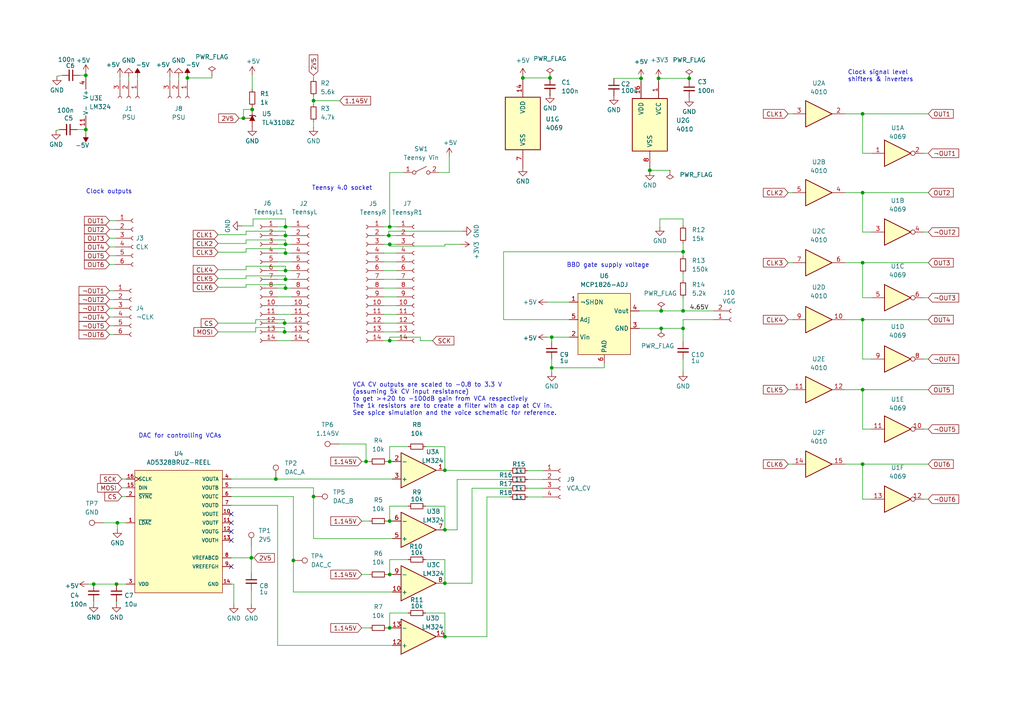
<source format=kicad_sch>
(kicad_sch (version 20211123) (generator eeschema)
  (paper "A4")
  (junction (at 85.09 162.56))
  (junction (at 250.19 92.71))
  (junction (at 151.638 22.606))
  (junction (at 113.03 70.866))
  (junction (at 82.804 73.406))
  (junction (at 24.892 21.844))
  (junction (at 129.032 184.658))
  (junction (at 113.03 151.13))
  (junction (at 113.03 98.806))
  (junction (at 191.77 90.17))
  (junction (at 113.03 166.624))
  (junction (at 198.12 90.17))
  (junction (at 113.03 65.786))
  (junction (at 198.12 95.25))
  (junction (at 82.804 83.566))
  (junction (at 160.02 106.68))
  (junction (at 160.02 97.79))
  (junction (at 250.19 113.03))
  (junction (at 34.036 151.638))
  (junction (at 129.032 169.164))
  (junction (at 72.898 161.798))
  (junction (at 82.55 96.266))
  (junction (at 112.776 68.326))
  (junction (at 82.804 81.026))
  (junction (at 250.19 76.2))
  (junction (at 129.032 153.67))
  (junction (at 159.512 22.606))
  (junction (at 80.01 138.938))
  (junction (at 90.932 144.018))
  (junction (at 129.032 136.398))
  (junction (at 24.892 37.592))
  (junction (at 82.804 65.786))
  (junction (at 27.178 169.418))
  (junction (at 250.19 33.02))
  (junction (at 106.172 133.858))
  (junction (at 33.782 169.418))
  (junction (at 113.03 182.118))
  (junction (at 250.19 134.62))
  (junction (at 191.77 95.25))
  (junction (at 73.152 31.75))
  (junction (at 82.804 68.326))
  (junction (at 70.612 34.29))
  (junction (at 198.12 73.025))
  (junction (at 199.898 22.733))
  (junction (at 82.804 78.486))
  (junction (at 90.932 29.21))
  (junction (at 250.19 55.88))
  (junction (at 82.55 93.726))
  (junction (at 82.804 70.866))
  (junction (at 185.928 22.733))
  (junction (at 191.008 22.733))
  (junction (at 54.356 22.606))
  (junction (at 113.03 133.858))
  (junction (at 188.468 49.403))
  (no_connect (at 67.056 164.338))
  (no_connect (at 67.056 156.718))
  (no_connect (at 67.056 154.178))
  (no_connect (at 67.056 149.098))
  (no_connect (at 67.056 151.638))
  (wire (pts (xy 129.032 153.67) (xy 132.588 153.67)))
  (wire (pts (xy 63.246 93.726) (xy 74.168 93.726)))
  (wire (pts (xy 113.03 97.79) (xy 113.03 98.806)))
  (wire (pts (xy 245.11 113.03) (xy 250.19 113.03)))
  (wire (pts (xy 54.356 22.606) (xy 61.468 22.606)))
  (wire (pts (xy 82.804 70.866) (xy 80.518 70.866)))
  (wire (pts (xy 228.6 55.88) (xy 229.87 55.88)))
  (wire (pts (xy 198.12 79.375) (xy 198.12 81.28)))
  (wire (pts (xy 250.19 33.02) (xy 269.24 33.02)))
  (wire (pts (xy 31.75 86.868) (xy 33.02 86.868)))
  (wire (pts (xy 129.032 184.658) (xy 141.224 184.658)))
  (wire (pts (xy 16.51 22.098) (xy 18.034 21.844)))
  (wire (pts (xy 191.77 90.17) (xy 198.12 90.17)))
  (wire (pts (xy 113.03 166.624) (xy 113.792 166.624)))
  (wire (pts (xy 250.19 124.46) (xy 250.19 113.03)))
  (wire (pts (xy 129.032 70.866) (xy 133.604 70.866)))
  (wire (pts (xy 73.152 30.988) (xy 73.152 31.75)))
  (wire (pts (xy 153.035 136.525) (xy 157.48 136.525)))
  (wire (pts (xy 160.02 107.95) (xy 160.02 106.68)))
  (wire (pts (xy 31.75 74.168) (xy 33.528 74.168)))
  (wire (pts (xy 85.09 171.704) (xy 113.792 171.704)))
  (wire (pts (xy 67.056 169.418) (xy 67.818 169.418)))
  (wire (pts (xy 51.816 23.368) (xy 51.816 22.352)))
  (wire (pts (xy 49.276 23.368) (xy 49.276 22.352)))
  (wire (pts (xy 191.389 63.5) (xy 198.12 63.5)))
  (wire (pts (xy 82.55 93.726) (xy 80.518 93.726)))
  (wire (pts (xy 113.03 162.306) (xy 118.364 162.306)))
  (wire (pts (xy 146.05 92.71) (xy 146.05 73.025)))
  (wire (pts (xy 104.902 182.118) (xy 107.188 182.118)))
  (wire (pts (xy 35.306 138.938) (xy 36.576 138.938)))
  (wire (pts (xy 191.77 95.25) (xy 198.12 95.25)))
  (wire (pts (xy 113.03 177.8) (xy 118.364 177.8)))
  (wire (pts (xy 82.804 80.01) (xy 82.804 81.026)))
  (wire (pts (xy 71.374 68.072) (xy 71.374 67.056)))
  (wire (pts (xy 151.638 22.606) (xy 151.638 23.114)))
  (wire (pts (xy 70.612 31.75) (xy 70.612 34.29)))
  (wire (pts (xy 31.75 66.548) (xy 33.528 66.548)))
  (wire (pts (xy 112.268 133.858) (xy 113.03 133.858)))
  (wire (pts (xy 74.168 93.726) (xy 74.168 92.71)))
  (wire (pts (xy 84.582 86.106) (xy 80.518 86.106)))
  (wire (pts (xy 67.056 144.018) (xy 85.09 144.018)))
  (wire (pts (xy 250.19 44.45) (xy 252.73 44.45)))
  (wire (pts (xy 129.032 169.164) (xy 136.906 169.164)))
  (wire (pts (xy 84.582 70.866) (xy 82.804 70.866)))
  (wire (pts (xy 67.056 141.478) (xy 90.932 141.478)))
  (wire (pts (xy 250.19 92.71) (xy 250.19 104.14)))
  (wire (pts (xy 113.03 133.858) (xy 113.03 129.54)))
  (wire (pts (xy 24.892 21.336) (xy 24.892 21.844)))
  (wire (pts (xy 84.582 96.266) (xy 82.55 96.266)))
  (wire (pts (xy 73.406 65.532) (xy 73.406 63.5)))
  (wire (pts (xy 27.178 169.418) (xy 33.782 169.418)))
  (wire (pts (xy 90.932 156.21) (xy 113.792 156.21)))
  (wire (pts (xy 112.776 67.056) (xy 134.112 67.056)))
  (wire (pts (xy 31.75 69.088) (xy 33.528 69.088)))
  (wire (pts (xy 269.24 67.31) (xy 267.97 67.31)))
  (wire (pts (xy 31.75 94.488) (xy 33.02 94.488)))
  (wire (pts (xy 153.035 144.145) (xy 157.48 144.145)))
  (wire (pts (xy 117.094 50.038) (xy 113.03 50.038)))
  (wire (pts (xy 74.168 96.266) (xy 74.168 94.996)))
  (wire (pts (xy 72.898 158.496) (xy 72.898 161.798)))
  (wire (pts (xy 121.92 98.806) (xy 121.92 97.79)))
  (wire (pts (xy 115.062 68.326) (xy 112.776 68.326)))
  (wire (pts (xy 63.246 96.266) (xy 74.168 96.266)))
  (wire (pts (xy 112.268 182.118) (xy 113.03 182.118)))
  (wire (pts (xy 35.306 144.018) (xy 36.576 144.018)))
  (wire (pts (xy 84.582 65.786) (xy 82.804 65.786)))
  (wire (pts (xy 115.062 98.806) (xy 113.03 98.806)))
  (wire (pts (xy 73.406 63.5) (xy 82.804 63.5)))
  (wire (pts (xy 84.582 81.026) (xy 82.804 81.026)))
  (wire (pts (xy 31.75 64.008) (xy 33.528 64.008)))
  (wire (pts (xy 85.09 144.018) (xy 85.09 162.56)))
  (wire (pts (xy 250.19 76.2) (xy 269.24 76.2)))
  (wire (pts (xy 250.19 104.14) (xy 252.73 104.14)))
  (wire (pts (xy 113.03 146.812) (xy 118.364 146.812)))
  (wire (pts (xy 112.268 166.624) (xy 113.03 166.624)))
  (wire (pts (xy 185.42 90.17) (xy 191.77 90.17)))
  (wire (pts (xy 141.224 184.658) (xy 141.224 144.145)))
  (wire (pts (xy 191.389 65.786) (xy 191.389 63.5)))
  (wire (pts (xy 123.444 177.8) (xy 129.032 177.8)))
  (wire (pts (xy 82.55 94.996) (xy 82.55 96.266)))
  (wire (pts (xy 82.804 78.486) (xy 80.518 78.486)))
  (wire (pts (xy 123.444 146.812) (xy 129.032 146.812)))
  (wire (pts (xy 191.008 23.495) (xy 191.008 22.733)))
  (wire (pts (xy 198.12 63.5) (xy 198.12 65.405)))
  (wire (pts (xy 71.374 77.216) (xy 82.804 77.216)))
  (wire (pts (xy 198.12 104.14) (xy 198.12 107.95)))
  (wire (pts (xy 31.75 89.408) (xy 33.02 89.408)))
  (wire (pts (xy 61.468 22.606) (xy 61.468 21.844)))
  (wire (pts (xy 82.804 67.056) (xy 82.804 68.326)))
  (wire (pts (xy 250.19 134.62) (xy 269.24 134.62)))
  (wire (pts (xy 269.24 104.14) (xy 267.97 104.14)))
  (wire (pts (xy 31.75 97.028) (xy 33.02 97.028)))
  (wire (pts (xy 160.02 97.79) (xy 165.1 97.79)))
  (wire (pts (xy 113.03 133.858) (xy 113.792 133.858)))
  (wire (pts (xy 82.804 72.136) (xy 82.804 73.406)))
  (wire (pts (xy 72.898 166.116) (xy 72.898 161.798)))
  (wire (pts (xy 115.062 73.406) (xy 111.252 73.406)))
  (wire (pts (xy 90.932 30.226) (xy 90.932 29.21)))
  (wire (pts (xy 71.374 82.55) (xy 82.804 82.55)))
  (wire (pts (xy 158.75 87.63) (xy 165.1 87.63)))
  (wire (pts (xy 31.75 71.628) (xy 33.528 71.628)))
  (wire (pts (xy 113.03 70.866) (xy 111.252 70.866)))
  (wire (pts (xy 63.246 80.772) (xy 71.374 80.772)))
  (wire (pts (xy 160.02 104.14) (xy 160.02 106.68)))
  (wire (pts (xy 115.062 83.566) (xy 111.252 83.566)))
  (wire (pts (xy 153.035 141.605) (xy 157.48 141.605)))
  (wire (pts (xy 71.374 70.612) (xy 71.374 69.596)))
  (wire (pts (xy 84.582 83.566) (xy 82.804 83.566)))
  (wire (pts (xy 69.342 34.29) (xy 70.612 34.29)))
  (wire (pts (xy 199.898 23.241) (xy 199.898 22.733)))
  (wire (pts (xy 198.12 92.71) (xy 207.01 92.71)))
  (wire (pts (xy 146.05 92.71) (xy 165.1 92.71)))
  (wire (pts (xy 82.55 96.266) (xy 80.518 96.266)))
  (wire (pts (xy 245.11 134.62) (xy 250.19 134.62)))
  (wire (pts (xy 245.11 92.71) (xy 250.19 92.71)))
  (wire (pts (xy 85.09 162.56) (xy 85.09 171.704)))
  (wire (pts (xy 82.804 73.406) (xy 80.518 73.406)))
  (wire (pts (xy 33.782 175.006) (xy 33.782 174.498)))
  (wire (pts (xy 113.03 182.118) (xy 113.792 182.118)))
  (wire (pts (xy 113.03 182.118) (xy 113.03 177.8)))
  (wire (pts (xy 129.032 129.54) (xy 129.032 136.398)))
  (wire (pts (xy 113.03 98.806) (xy 111.252 98.806)))
  (wire (pts (xy 194.31 49.403) (xy 188.468 49.403)))
  (wire (pts (xy 23.114 21.844) (xy 24.892 21.844)))
  (wire (pts (xy 67.056 161.798) (xy 72.898 161.798)))
  (wire (pts (xy 24.892 21.844) (xy 24.892 22.098)))
  (wire (pts (xy 153.035 139.065) (xy 157.48 139.065)))
  (wire (pts (xy 115.062 75.946) (xy 111.252 75.946)))
  (wire (pts (xy 198.12 70.485) (xy 198.12 73.025)))
  (wire (pts (xy 71.374 78.232) (xy 71.374 77.216)))
  (wire (pts (xy 250.19 55.88) (xy 269.24 55.88)))
  (wire (pts (xy 90.932 29.21) (xy 90.932 27.94)))
  (wire (pts (xy 175.26 105.41) (xy 175.26 106.68)))
  (wire (pts (xy 198.12 86.36) (xy 198.12 90.17)))
  (wire (pts (xy 199.898 22.733) (xy 191.008 22.733)))
  (wire (pts (xy 269.24 44.45) (xy 267.97 44.45)))
  (wire (pts (xy 112.268 151.13) (xy 113.03 151.13)))
  (wire (pts (xy 136.906 169.164) (xy 136.906 141.605)))
  (wire (pts (xy 63.246 68.072) (xy 71.374 68.072)))
  (wire (pts (xy 115.062 65.786) (xy 113.03 65.786)))
  (wire (pts (xy 35.306 141.478) (xy 36.576 141.478)))
  (wire (pts (xy 245.11 55.88) (xy 250.19 55.88)))
  (wire (pts (xy 127.254 50.038) (xy 130.302 50.038)))
  (wire (pts (xy 123.444 162.306) (xy 129.032 162.306)))
  (wire (pts (xy 73.152 21.844) (xy 73.152 25.908)))
  (wire (pts (xy 188.468 49.403) (xy 188.468 49.657)))
  (wire (pts (xy 113.03 50.038) (xy 113.03 65.786)))
  (wire (pts (xy 24.892 37.592) (xy 24.892 38.608)))
  (wire (pts (xy 185.42 95.25) (xy 191.77 95.25)))
  (wire (pts (xy 113.03 151.13) (xy 113.792 151.13)))
  (wire (pts (xy 159.512 22.352) (xy 159.512 22.606)))
  (wire (pts (xy 228.6 113.03) (xy 229.87 113.03)))
  (wire (pts (xy 113.03 71.374) (xy 129.032 71.374)))
  (wire (pts (xy 228.6 33.02) (xy 229.87 33.02)))
  (wire (pts (xy 245.11 33.02) (xy 250.19 33.02)))
  (wire (pts (xy 84.582 98.806) (xy 80.518 98.806)))
  (wire (pts (xy 175.26 106.68) (xy 160.02 106.68)))
  (wire (pts (xy 71.374 80.01) (xy 82.804 80.01)))
  (wire (pts (xy 250.19 113.03) (xy 269.24 113.03)))
  (wire (pts (xy 84.582 75.946) (xy 80.518 75.946)))
  (wire (pts (xy 73.152 31.75) (xy 70.612 31.75)))
  (wire (pts (xy 72.898 175.26) (xy 72.898 171.196)))
  (wire (pts (xy 115.062 93.726) (xy 111.252 93.726)))
  (wire (pts (xy 31.75 76.708) (xy 33.528 76.708)))
  (wire (pts (xy 125.476 98.806) (xy 121.92 98.806)))
  (wire (pts (xy 252.73 144.78) (xy 250.19 144.78)))
  (wire (pts (xy 70.104 65.532) (xy 73.406 65.532)))
  (wire (pts (xy 104.902 166.624) (xy 107.188 166.624)))
  (wire (pts (xy 115.062 78.486) (xy 111.252 78.486)))
  (wire (pts (xy 250.19 144.78) (xy 250.19 134.62)))
  (wire (pts (xy 115.062 88.646) (xy 111.252 88.646)))
  (wire (pts (xy 31.75 84.328) (xy 33.02 84.328)))
  (wire (pts (xy 84.582 93.726) (xy 82.55 93.726)))
  (wire (pts (xy 34.036 151.638) (xy 34.036 153.416)))
  (wire (pts (xy 141.224 144.145) (xy 147.955 144.145)))
  (wire (pts (xy 198.12 73.025) (xy 198.12 74.295)))
  (wire (pts (xy 113.03 166.624) (xy 113.03 162.306)))
  (wire (pts (xy 135.382 136.525) (xy 129.032 136.398)))
  (wire (pts (xy 250.19 92.71) (xy 269.24 92.71)))
  (wire (pts (xy 82.804 77.216) (xy 82.804 78.486)))
  (wire (pts (xy 63.246 78.232) (xy 71.374 78.232)))
  (wire (pts (xy 121.92 97.79) (xy 113.03 97.79)))
  (wire (pts (xy 198.12 90.17) (xy 207.01 90.17)))
  (wire (pts (xy 228.6 92.71) (xy 229.87 92.71)))
  (wire (pts (xy 228.6 76.2) (xy 229.87 76.2)))
  (wire (pts (xy 29.972 151.638) (xy 34.036 151.638)))
  (wire (pts (xy 67.818 169.418) (xy 67.818 175.26)))
  (wire (pts (xy 82.804 63.5) (xy 82.804 65.786)))
  (wire (pts (xy 90.932 141.478) (xy 90.932 144.018)))
  (wire (pts (xy 104.902 133.858) (xy 106.172 133.858)))
  (wire (pts (xy 198.12 95.25) (xy 198.12 92.71)))
  (wire (pts (xy 151.638 22.606) (xy 159.512 22.606)))
  (wire (pts (xy 113.03 65.786) (xy 111.252 65.786)))
  (wire (pts (xy 106.172 128.778) (xy 106.172 133.858)))
  (wire (pts (xy 16.256 37.846) (xy 17.272 37.592)))
  (wire (pts (xy 113.03 70.866) (xy 113.03 71.374)))
  (wire (pts (xy 82.804 83.566) (xy 80.518 83.566)))
  (wire (pts (xy 82.804 65.786) (xy 80.518 65.786)))
  (wire (pts (xy 31.75 91.948) (xy 33.02 91.948)))
  (wire (pts (xy 146.05 73.025) (xy 198.12 73.025)))
  (wire (pts (xy 115.062 81.026) (xy 111.252 81.026)))
  (wire (pts (xy 123.444 129.54) (xy 129.032 129.54)))
  (wire (pts (xy 129.032 146.812) (xy 129.032 153.67)))
  (wire (pts (xy 71.374 67.056) (xy 82.804 67.056)))
  (wire (pts (xy 54.356 22.606) (xy 54.356 22.352)))
  (wire (pts (xy 27.178 175.006) (xy 27.178 174.498)))
  (wire (pts (xy 159.512 27.686) (xy 159.512 27.305)))
  (wire (pts (xy 130.302 50.038) (xy 130.302 45.466)))
  (wire (pts (xy 71.374 80.772) (xy 71.374 80.01)))
  (wire (pts (xy 84.582 88.646) (xy 80.518 88.646)))
  (wire (pts (xy 115.062 91.186) (xy 111.252 91.186)))
  (wire (pts (xy 112.776 68.326) (xy 112.776 67.056)))
  (wire (pts (xy 82.804 69.596) (xy 82.804 70.866)))
  (wire (pts (xy 188.468 48.895) (xy 188.468 49.403)))
  (wire (pts (xy 112.776 68.326) (xy 111.252 68.326)))
  (wire (pts (xy 104.902 151.13) (xy 107.188 151.13)))
  (wire (pts (xy 71.374 83.312) (xy 71.374 82.55)))
  (wire (pts (xy 135.382 136.525) (xy 147.955 136.525)))
  (wire (pts (xy 250.19 67.31) (xy 252.73 67.31)))
  (wire (pts (xy 71.374 69.596) (xy 82.804 69.596)))
  (wire (pts (xy 132.588 139.065) (xy 147.955 139.065)))
  (wire (pts (xy 98.298 128.778) (xy 106.172 128.778)))
  (wire (pts (xy 267.97 144.78) (xy 269.24 144.78)))
  (wire (pts (xy 250.19 55.88) (xy 250.19 67.31)))
  (wire (pts (xy 63.246 73.152) (xy 71.374 73.152)))
  (wire (pts (xy 90.932 21.844) (xy 90.932 22.86)))
  (wire (pts (xy 80.01 138.938) (xy 113.792 138.938)))
  (wire (pts (xy 185.928 22.733) (xy 185.928 23.495)))
  (wire (pts (xy 129.032 177.8) (xy 129.032 184.658)))
  (wire (pts (xy 269.24 86.36) (xy 267.97 86.36)))
  (wire (pts (xy 37.338 23.368) (xy 37.338 22.352)))
  (wire (pts (xy 198.12 95.25) (xy 198.12 99.06)))
  (wire (pts (xy 113.03 129.54) (xy 118.364 129.54)))
  (wire (pts (xy 250.19 124.46) (xy 252.73 124.46)))
  (wire (pts (xy 22.352 37.592) (xy 24.892 37.592)))
  (wire (pts (xy 106.172 133.858) (xy 107.188 133.858)))
  (wire (pts (xy 245.11 76.2) (xy 250.19 76.2)))
  (wire (pts (xy 36.576 151.638) (xy 34.036 151.638)))
  (wire (pts (xy 129.032 162.306) (xy 129.032 169.164)))
  (wire (pts (xy 82.55 92.71) (xy 82.55 93.726)))
  (wire (pts (xy 90.932 29.21) (xy 98.552 29.21)))
  (wire (pts (xy 84.582 91.186) (xy 80.518 91.186)))
  (wire (pts (xy 136.906 141.605) (xy 147.955 141.605)))
  (wire (pts (xy 71.374 73.152) (xy 71.374 72.136)))
  (wire (pts (xy 132.588 153.67) (xy 132.588 139.065)))
  (wire (pts (xy 63.246 70.612) (xy 71.374 70.612)))
  (wire (pts (xy 250.19 33.02) (xy 250.19 44.45)))
  (wire (pts (xy 82.804 68.326) (xy 80.518 68.326)))
  (wire (pts (xy 63.246 83.312) (xy 71.374 83.312)))
  (wire (pts (xy 34.798 23.368) (xy 34.798 22.352)))
  (wire (pts (xy 158.75 97.79) (xy 160.02 97.79)))
  (wire (pts (xy 151.638 22.352) (xy 151.638 22.606)))
  (wire (pts (xy 250.19 86.36) (xy 252.73 86.36)))
  (wire (pts (xy 178.054 22.733) (xy 185.928 22.733)))
  (wire (pts (xy 228.6 134.62) (xy 229.87 134.62)))
  (wire (pts (xy 39.878 23.368) (xy 39.878 22.352)))
  (wire (pts (xy 80.518 187.198) (xy 113.792 187.198)))
  (wire (pts (xy 71.374 72.136) (xy 82.804 72.136)))
  (wire (pts (xy 115.062 86.106) (xy 111.252 86.106)))
  (wire (pts (xy 90.932 144.018) (xy 90.932 156.21)))
  (wire (pts (xy 73.66 161.798) (xy 72.898 161.798)))
  (wire (pts (xy 250.19 76.2) (xy 250.19 86.36)))
  (wire (pts (xy 84.582 78.486) (xy 82.804 78.486)))
  (wire (pts (xy 113.03 151.13) (xy 113.03 146.812)))
  (wire (pts (xy 25.654 169.418) (xy 27.178 169.418)))
  (wire (pts (xy 24.892 37.338) (xy 24.892 37.592)))
  (wire (pts (xy 160.02 97.79) (xy 160.02 99.06)))
  (wire (pts (xy 33.782 169.418) (xy 36.576 169.418)))
  (wire (pts (xy 84.582 68.326) (xy 82.804 68.326)))
  (wire (pts (xy 82.804 81.026) (xy 80.518 81.026)))
  (wire (pts (xy 80.518 146.558) (xy 80.518 187.198)))
  (wire (pts (xy 67.056 138.938) (xy 80.01 138.938)))
  (wire (pts (xy 84.582 73.406) (xy 82.804 73.406)))
  (wire (pts (xy 74.168 94.996) (xy 82.55 94.996)))
  (wire (pts (xy 74.168 92.71) (xy 82.55 92.71)))
  (wire (pts (xy 90.932 36.83) (xy 90.932 35.306)))
  (wire (pts (xy 267.97 124.46) (xy 269.24 124.46)))
  (wire (pts (xy 54.356 23.368) (xy 54.356 22.606)))
  (wire (pts (xy 82.804 82.55) (xy 82.804 83.566)))
  (wire (pts (xy 115.062 96.266) (xy 111.252 96.266)))
  (wire (pts (xy 67.056 146.558) (xy 80.518 146.558)))
  (wire (pts (xy 129.032 71.374) (xy 129.032 70.866)))
  (wire (pts (xy 115.062 70.866) (xy 113.03 70.866)))
  (text "Clock outputs" (at 24.892 56.388 0) (effects (font (size 1.27 1.27)) (justify left bottom)))
  (text "BBD gate supply voltage" (at 164.338 77.724 0) (effects (font (size 1.27 1.27)) (justify left bottom)))
  (text "Clock signal level \nshifters & inverters" (at 245.872 23.876 0) (effects (font (size 1.27 1.27)) (justify left bottom)))
  (text "DAC for controlling VCAs" (at 40.132 127.254 0) (effects (font (size 1.27 1.27)) (justify left bottom)))
  (text "VCA CV outputs are scaled to -0.8 to 3.3 V \n(assuming 5k CV input resistance)\nto get >+20 to -100dB gain from VCA respectively\nThe 1k resistors are to create a filter with a cap at CV in.\nSee spice simulation and the voice schematic for reference." (at 102.235 120.65 0) (effects (font (size 1.27 1.27)) (justify left bottom)))
  (text "Teensy 4.0 socket" (at 90.424 55.372 0) (effects (font (size 1.27 1.27)) (justify left bottom)))
  (label "4.65V" (at 200.025 90.17 0))
  (global_label "OUT6" (shape input) (at 269.24 134.62 0) (property "Intersheet References" "${INTERSHEET_REFS}" (effects hide)))
  (global_label "CLK1" (shape input) (at 63.246 68.072 180) (property "Intersheet References" "${INTERSHEET_REFS}" (effects hide)))
  (global_label "CLK1" (shape input) (at 228.6 33.02 180) (property "Intersheet References" "${INTERSHEET_REFS}" (effects hide)))
  (global_label "1.145V" (shape input) (at 104.902 166.624 180) (property "Intersheet References" "${INTERSHEET_REFS}" (effects hide)))
  (global_label "1.145V" (shape input) (at 104.902 151.13 180) (property "Intersheet References" "${INTERSHEET_REFS}" (effects hide)))
  (global_label "¬OUT1" (shape input) (at 269.24 44.45 0) (property "Intersheet References" "${INTERSHEET_REFS}" (effects hide)))
  (global_label "CS" (shape input) (at 35.306 144.018 180) (property "Intersheet References" "${INTERSHEET_REFS}" (effects hide)))
  (global_label "CLK3" (shape input) (at 63.246 73.152 180) (property "Intersheet References" "${INTERSHEET_REFS}" (effects hide)))
  (global_label "CLK6" (shape input) (at 63.246 83.312 180) (property "Intersheet References" "${INTERSHEET_REFS}" (effects hide)))
  (global_label "OUT4" (shape input) (at 269.24 92.71 0) (property "Intersheet References" "${INTERSHEET_REFS}" (effects hide)))
  (global_label "SCK" (shape input) (at 35.306 138.938 180) (property "Intersheet References" "${INTERSHEET_REFS}" (effects hide)))
  (global_label "OUT2" (shape input) (at 31.75 66.548 180) (property "Intersheet References" "${INTERSHEET_REFS}" (effects hide)))
  (global_label "2V5" (shape input) (at 69.342 34.29 180) (property "Intersheet References" "${INTERSHEET_REFS}" (effects hide)))
  (global_label "CLK3" (shape input) (at 228.6 76.2 180) (property "Intersheet References" "${INTERSHEET_REFS}" (effects hide)))
  (global_label "CLK4" (shape input) (at 63.246 78.232 180) (property "Intersheet References" "${INTERSHEET_REFS}" (effects hide)))
  (global_label "1.145V" (shape input) (at 98.552 29.21 0) (property "Intersheet References" "${INTERSHEET_REFS}" (effects hide)))
  (global_label "¬OUT6" (shape input) (at 269.24 144.78 0) (property "Intersheet References" "${INTERSHEET_REFS}" (effects hide)))
  (global_label "OUT5" (shape input) (at 269.24 113.03 0) (property "Intersheet References" "${INTERSHEET_REFS}" (effects hide)))
  (global_label "OUT3" (shape input) (at 269.24 76.2 0) (property "Intersheet References" "${INTERSHEET_REFS}" (effects hide)))
  (global_label "OUT2" (shape input) (at 269.24 55.88 0) (property "Intersheet References" "${INTERSHEET_REFS}" (effects hide)))
  (global_label "CLK4" (shape input) (at 228.6 92.71 180) (property "Intersheet References" "${INTERSHEET_REFS}" (effects hide)))
  (global_label "¬OUT5" (shape input) (at 269.24 124.46 0) (property "Intersheet References" "${INTERSHEET_REFS}" (effects hide)))
  (global_label "SCK" (shape input) (at 125.476 98.806 0) (property "Intersheet References" "${INTERSHEET_REFS}" (effects hide)))
  (global_label "¬OUT6" (shape input) (at 31.75 97.028 180) (property "Intersheet References" "${INTERSHEET_REFS}" (effects hide)))
  (global_label "CLK5" (shape input) (at 63.246 80.772 180) (property "Intersheet References" "${INTERSHEET_REFS}" (effects hide)))
  (global_label "¬OUT3" (shape input) (at 31.75 89.408 180) (property "Intersheet References" "${INTERSHEET_REFS}" (effects hide)))
  (global_label "¬OUT5" (shape input) (at 31.75 94.488 180) (property "Intersheet References" "${INTERSHEET_REFS}" (effects hide)))
  (global_label "CS" (shape input) (at 63.246 93.726 180) (property "Intersheet References" "${INTERSHEET_REFS}" (effects hide)))
  (global_label "CLK5" (shape input) (at 228.6 113.03 180) (property "Intersheet References" "${INTERSHEET_REFS}" (effects hide)))
  (global_label "2V5" (shape input) (at 90.932 21.844 90) (property "Intersheet References" "${INTERSHEET_REFS}" (effects hide)))
  (global_label "OUT5" (shape input) (at 31.75 74.168 180) (property "Intersheet References" "${INTERSHEET_REFS}" (effects hide)))
  (global_label "MOSI" (shape input) (at 35.306 141.478 180) (property "Intersheet References" "${INTERSHEET_REFS}" (effects hide)))
  (global_label "OUT3" (shape input) (at 31.75 69.088 180) (property "Intersheet References" "${INTERSHEET_REFS}" (effects hide)))
  (global_label "¬OUT1" (shape input) (at 31.75 84.328 180) (property "Intersheet References" "${INTERSHEET_REFS}" (effects hide)))
  (global_label "CLK2" (shape input) (at 63.246 70.612 180) (property "Intersheet References" "${INTERSHEET_REFS}" (effects hide)))
  (global_label "OUT4" (shape input) (at 31.75 71.628 180) (property "Intersheet References" "${INTERSHEET_REFS}" (effects hide)))
  (global_label "OUT1" (shape input) (at 31.75 64.008 180) (property "Intersheet References" "${INTERSHEET_REFS}" (effects hide)))
  (global_label "CLK6" (shape input) (at 228.6 134.62 180) (property "Intersheet References" "${INTERSHEET_REFS}" (effects hide)))
  (global_label "OUT1" (shape input) (at 269.24 33.02 0) (property "Intersheet References" "${INTERSHEET_REFS}" (effects hide)))
  (global_label "¬OUT2" (shape input) (at 269.24 67.31 0) (property "Intersheet References" "${INTERSHEET_REFS}" (effects hide)))
  (global_label "OUT6" (shape input) (at 31.75 76.708 180) (property "Intersheet References" "${INTERSHEET_REFS}" (effects hide)))
  (global_label "1.145V" (shape input) (at 104.902 182.118 180) (property "Intersheet References" "${INTERSHEET_REFS}" (effects hide)))
  (global_label "¬OUT2" (shape input) (at 31.75 86.868 180) (property "Intersheet References" "${INTERSHEET_REFS}" (effects hide)))
  (global_label "¬OUT3" (shape input) (at 269.24 86.36 0) (property "Intersheet References" "${INTERSHEET_REFS}" (effects hide)))
  (global_label "CLK2" (shape input) (at 228.6 55.88 180) (property "Intersheet References" "${INTERSHEET_REFS}" (effects hide)))
  (global_label "1.145V" (shape input) (at 104.902 133.858 180) (property "Intersheet References" "${INTERSHEET_REFS}" (effects hide)))
  (global_label "2V5" (shape input) (at 73.66 161.798 0) (property "Intersheet References" "${INTERSHEET_REFS}" (effects hide)))
  (global_label "¬OUT4" (shape input) (at 269.24 104.14 0) (property "Intersheet References" "${INTERSHEET_REFS}" (effects hide)))
  (global_label "MOSI" (shape input) (at 63.246 96.266 180) (property "Intersheet References" "${INTERSHEET_REFS}" (effects hide)))
  (global_label "¬OUT4" (shape input) (at 31.75 91.948 180) (property "Intersheet References" "${INTERSHEET_REFS}" (effects hide)))
  (symbol (lib_id "power:GND") (at 67.818 175.26 0) (unit 1)
    (property "Reference" "#PWR0111" (effects hide))
    (property "Value" "GND" (at 65.786 179.324 0) (effects (justify left)))
  )
  (symbol (lib_id "power:+5V") (at 151.638 22.352 0) (unit 1)
    (property "Reference" "#PWR0128" (effects hide))
    (property "Value" "+5V" (at 151.638 17.526 0))
  )
  (symbol (lib_id "Switch:SW_SPST") (at 122.174 50.038 0) (unit 1)
    (property "Reference" "SW1" (at 122.174 43.18 0))
    (property "Value" "Teensy Vin" (at 122.174 45.72 0))
    (property "Footprint" "Connector_PinHeader_2.54mm:PinHeader_1x02_P2.54mm_Vertical" (effects hide))
  )
  (symbol (lib_id "power:GND") (at 27.178 175.006 0) (unit 1)
    (property "Reference" "#PWR0116" (effects hide))
    (property "Value" "GND" (at 25.146 179.07 0) (effects (justify left)))
  )
  (symbol (lib_id "Amplifier_Operational:LM324") (at 121.412 169.164 0) (mirror x) (unit 3)
    (property "Reference" "U3" (at 125.73 163.83 0))
    (property "Value" "LM324" (at 125.73 166.37 0))
    (property "Footprint" "Package_SO:SO-14_3.9x8.65mm_P1.27mm" (effects hide))
    (property "Datasheet" "http://www.ti.com/lit/ds/symlink/lm2902-n.pdf" (effects hide))
  )
  (symbol (lib_id "Device:R_Small") (at 120.904 129.54 90) (unit 1)
    (property "Reference" "R8" (at 120.904 123.19 90))
    (property "Value" "10k" (at 120.904 125.73 90))
    (property "Footprint" "Resistor_SMD:R_0603_1608Metric_Pad0.98x0.95mm_HandSolder" (effects hide))
  )
  (symbol (lib_id "power:GND") (at 33.782 175.006 0) (unit 1)
    (property "Reference" "#PWR0126" (effects hide))
    (property "Value" "GND" (at 31.75 179.07 0) (effects (justify left)))
  )
  (symbol (lib_id "4xxx:4069") (at 260.35 67.31 0) (unit 2)
    (property "Reference" "U1" (at 260.35 58.166 0))
    (property "Value" "4069" (at 260.35 60.706 0))
    (property "Footprint" "Package_DIP:DIP-14_W7.62mm" (effects hide))
    (property "Datasheet" "http://www.intersil.com/content/dam/Intersil/documents/cd40/cd4069ubms.pdf" (effects hide))
  )
  (symbol (lib_id "power:GND") (at 72.898 175.26 0) (unit 1)
    (property "Reference" "#PWR0110" (effects hide))
    (property "Value" "GND" (at 70.866 179.324 0) (effects (justify left)))
  )
  (symbol (lib_id "power:PWR_FLAG") (at 159.512 22.352 0) (unit 1)
    (property "Reference" "#FLG0101" (effects hide))
    (property "Value" "PWR_FLAG" (at 159.512 17.018 0))
  )
  (symbol (lib_id "Connector:Conn_01x14_Female") (at 89.662 81.026 0) (unit 1)
    (property "Reference" "J2" (at 86.868 59.055 0) (effects (justify left)))
    (property "Value" "TeensyL" (at 84.582 61.468 0) (effects (justify left)))
    (property "Footprint" "Connector_PinHeader_2.54mm:PinHeader_1x14_P2.54mm_Vertical" (effects hide))
  )
  (symbol (lib_id "Reference_Voltage:TL431DBZ") (at 73.152 34.29 90) (unit 1)
    (property "Reference" "U5" (at 75.946 33.0199 90) (effects (justify right)))
    (property "Value" "TL431DBZ" (at 75.946 35.5599 90) (effects (justify right)))
    (property "Footprint" "Package_TO_SOT_SMD:SOT-23" (effects hide))
    (property "Datasheet" "http://www.ti.com/lit/ds/symlink/tl431.pdf" (effects hide))
  )
  (symbol (lib_id "Device:C_Small") (at 178.054 25.273 0) (unit 1)
    (property "Reference" "C2" (at 180.086 24.384 0) (effects (justify left)))
    (property "Value" "100n" (at 180.086 26.289 0) (effects (justify left)))
    (property "Footprint" "Capacitor_THT:C_Rect_L7.0mm_W3.5mm_P5.00mm" (effects hide))
  )
  (symbol (lib_id "power:-5V") (at 39.878 22.352 0) (unit 1)
    (property "Reference" "#PWR0120" (effects hide))
    (property "Value" "-5V" (at 39.37 18.796 0) (effects (justify left)))
  )
  (symbol (lib_id "custom:MCP1826-ADJ") (at 175.26 90.17 0) (unit 1)
    (property "Reference" "U6" (at 175.26 80.01 0))
    (property "Value" "MCP1826-ADJ" (at 175.26 82.55 0))
    (property "Footprint" "Package_TO_SOT_SMD:SOT-223-6" (effects hide))
  )
  (symbol (lib_id "power:GND") (at 16.51 22.098 0) (unit 1)
    (property "Reference" "#PWR02" (effects hide))
    (property "Value" "GND" (at 14.478 26.162 0) (effects (justify left)))
  )
  (symbol (lib_id "Connector:Conn_01x06_Female") (at 38.1 89.408 0) (unit 1)
    (property "Reference" "J4" (at 39.37 89.4079 0) (effects (justify left)))
    (property "Value" "¬CLK" (at 39.37 91.9479 0) (effects (justify left)))
    (property "Footprint" "Connector_PinHeader_2.54mm:PinHeader_1x06_P2.54mm_Vertical" (effects hide))
  )
  (symbol (lib_id "Device:R_Small") (at 90.932 32.766 0) (unit 1)
    (property "Reference" "R3" (at 92.964 31.4959 0) (effects (justify left)))
    (property "Value" "4.7k" (at 92.964 34.0359 0) (effects (justify left)))
    (property "Footprint" "Resistor_SMD:R_0603_1608Metric_Pad0.98x0.95mm_HandSolder" (effects hide))
  )
  (symbol (lib_id "power:GND") (at 70.104 65.532 270) (unit 1)
    (property "Reference" "#PWR0102" (effects hide))
    (property "Value" "GND" (at 66.04 63.5 0) (effects (justify left)))
  )
  (symbol (lib_id "Connector:TestPoint") (at 29.972 151.638 90) (unit 1)
    (property "Reference" "TP7" (at 26.67 146.05 90))
    (property "Value" "GND" (at 26.67 148.59 90))
    (property "Footprint" "TestPoint:TestPoint_Pad_3.0x3.0mm" (effects hide))
  )
  (symbol (lib_id "Connector:Conn_01x14_Female") (at 120.142 81.026 0) (unit 1)
    (property "Reference" "J7" (at 118.11 59.055 0))
    (property "Value" "TeensyR1" (at 118.11 61.595 0))
    (property "Footprint" "Connector_PinHeader_2.54mm:PinHeader_1x14_P2.54mm_Vertical" (effects hide))
  )
  (symbol (lib_id "Connector:Conn_01x14_Female") (at 75.438 81.026 0) (mirror y) (unit 1)
    (property "Reference" "J6" (at 78.74 58.928 0) (effects (justify left)))
    (property "Value" "TeensyL1" (at 82.296 61.468 0) (effects (justify left)))
    (property "Footprint" "Connector_PinHeader_2.54mm:PinHeader_1x14_P2.54mm_Vertical" (effects hide))
  )
  (symbol (lib_id "Device:R_Small") (at 150.495 136.525 90) (unit 1)
    (property "Reference" "R15" (at 150.495 134.62 90))
    (property "Value" "1k" (at 150.495 136.525 90))
    (property "Footprint" "Resistor_SMD:R_0603_1608Metric_Pad0.98x0.95mm_HandSolder" (effects hide))
  )
  (symbol (lib_id "Connector:TestPoint") (at 80.01 138.938 0) (unit 1)
    (property "Reference" "TP2" (at 82.55 134.3659 0) (effects (justify left)))
    (property "Value" "DAC_A" (at 82.55 136.9059 0) (effects (justify left)))
    (property "Footprint" "TestPoint:TestPoint_Pad_D1.0mm" (effects hide))
  )
  (symbol (lib_id "4xxx:4069") (at 151.638 35.814 0) (unit 7)
    (property "Reference" "U1" (at 158.242 34.5439 0) (effects (justify left)))
    (property "Value" "4069" (at 158.242 37.0839 0) (effects (justify left)))
    (property "Footprint" "Package_DIP:DIP-14_W7.62mm" (effects hide))
    (property "Datasheet" "http://www.intersil.com/content/dam/Intersil/documents/cd40/cd4069ubms.pdf" (effects hide))
  )
  (symbol (lib_id "Device:R_Small") (at 90.932 25.4 0) (unit 1)
    (property "Reference" "R2" (at 92.964 24.1299 0) (effects (justify left)))
    (property "Value" "5.6k" (at 92.964 26.6699 0) (effects (justify left)))
    (property "Footprint" "Resistor_SMD:R_0603_1608Metric_Pad0.98x0.95mm_HandSolder" (effects hide))
  )
  (symbol (lib_id "Device:R_Small") (at 198.12 67.945 0) (unit 1)
    (property "Reference" "R12" (at 200.66 66.6749 0) (effects (justify left)))
    (property "Value" "15k" (at 200.66 69.2149 0) (effects (justify left)))
    (property "Footprint" "Resistor_SMD:R_0603_1608Metric_Pad0.98x0.95mm_HandSolder" (effects hide))
  )
  (symbol (lib_id "Device:R_Small") (at 150.495 144.145 90) (unit 1)
    (property "Reference" "R18" (at 146.685 142.875 90))
    (property "Value" "1k" (at 150.495 144.145 90))
    (property "Footprint" "Resistor_SMD:R_0603_1608Metric_Pad0.98x0.95mm_HandSolder" (effects hide))
  )
  (symbol (lib_id "Device:R_Small") (at 109.728 166.624 90) (unit 1)
    (property "Reference" "R6" (at 109.728 160.528 90))
    (property "Value" "10k" (at 109.728 163.068 90))
    (property "Footprint" "Resistor_SMD:R_0603_1608Metric_Pad0.98x0.95mm_HandSolder" (effects hide))
  )
  (symbol (lib_id "Device:C_Small") (at 198.12 101.6 0) (unit 1)
    (property "Reference" "C10" (at 200.406 102.87 0) (effects (justify left)))
    (property "Value" "1u" (at 200.406 104.648 0) (effects (justify left)))
    (property "Footprint" "Capacitor_SMD:C_0603_1608Metric_Pad1.08x0.95mm_HandSolder" (effects hide))
  )
  (symbol (lib_id "4xxx:4010") (at 237.49 55.88 0) (unit 2)
    (property "Reference" "U2" (at 237.49 46.99 0))
    (property "Value" "4010" (at 237.49 49.53 0))
    (property "Footprint" "Package_DIP:DIP-16_W7.62mm" (effects hide))
    (property "Datasheet" "http://www.ti.com/lit/ds/symlink/cd4010b-q1.pdf" (effects hide))
  )
  (symbol (lib_id "4xxx:4010") (at 237.49 33.02 0) (unit 1)
    (property "Reference" "U2" (at 237.49 24.13 0))
    (property "Value" "4010" (at 237.49 26.67 0))
    (property "Footprint" "Package_DIP:DIP-16_W7.62mm" (effects hide))
    (property "Datasheet" "http://www.ti.com/lit/ds/symlink/cd4010b-q1.pdf" (effects hide))
  )
  (symbol (lib_id "Device:R_Small") (at 120.904 146.812 90) (unit 1)
    (property "Reference" "R9" (at 120.904 142.748 90))
    (property "Value" "10k" (at 120.904 144.78 90))
    (property "Footprint" "Resistor_SMD:R_0603_1608Metric_Pad0.98x0.95mm_HandSolder" (effects hide))
  )
  (symbol (lib_id "power:GND") (at 73.152 36.83 0) (unit 1)
    (property "Reference" "#PWR0125" (effects hide))
    (property "Value" "GND" (at 71.12 40.894 0) (effects (justify left)))
  )
  (symbol (lib_id "Connector:TestPoint") (at 72.898 158.496 0) (unit 1)
    (property "Reference" "TP1" (at 74.93 153.9239 0) (effects (justify left)))
    (property "Value" "2V5" (at 74.93 156.4639 0) (effects (justify left)))
    (property "Footprint" "TestPoint:TestPoint_Pad_D1.0mm" (effects hide))
  )
  (symbol (lib_id "4xxx:4010") (at 237.49 76.2 0) (unit 3)
    (property "Reference" "U2" (at 237.49 67.056 0))
    (property "Value" "4010" (at 237.49 69.596 0))
    (property "Footprint" "Package_DIP:DIP-16_W7.62mm" (effects hide))
    (property "Datasheet" "http://www.ti.com/lit/ds/symlink/cd4010b-q1.pdf" (effects hide))
  )
  (symbol (lib_id "Device:C_Small") (at 33.782 171.958 0) (unit 1)
    (property "Reference" "C7" (at 36.068 172.72 0) (effects (justify left)))
    (property "Value" "10u" (at 36.068 175.26 0) (effects (justify left)))
    (property "Footprint" "Capacitor_SMD:C_0805_2012Metric_Pad1.18x1.45mm_HandSolder" (effects hide))
  )
  (symbol (lib_id "power:GND") (at 90.932 36.83 0) (unit 1)
    (property "Reference" "#PWR0124" (effects hide))
    (property "Value" "GND" (at 88.9 40.894 0) (effects (justify left)))
  )
  (symbol (lib_id "4xxx:4069") (at 260.35 124.46 0) (unit 5)
    (property "Reference" "U1" (at 260.35 115.824 0))
    (property "Value" "4069" (at 260.35 118.364 0))
    (property "Footprint" "Package_DIP:DIP-14_W7.62mm" (effects hide))
    (property "Datasheet" "http://www.intersil.com/content/dam/Intersil/documents/cd40/cd4069ubms.pdf" (effects hide))
  )
  (symbol (lib_id "power:GND") (at 51.816 22.352 180) (unit 1)
    (property "Reference" "#PWR0122" (effects hide))
    (property "Value" "GND" (at 53.848 17.526 0) (effects (justify left)))
  )
  (symbol (lib_id "Device:R_Small") (at 120.904 177.8 90) (unit 1)
    (property "Reference" "R11" (at 120.904 173.99 90))
    (property "Value" "10k" (at 120.904 175.768 90))
    (property "Footprint" "Resistor_SMD:R_0603_1608Metric_Pad0.98x0.95mm_HandSolder" (effects hide))
  )
  (symbol (lib_id "Device:R_Small") (at 150.495 141.605 90) (unit 1)
    (property "Reference" "R17" (at 146.685 140.335 90))
    (property "Value" "1k" (at 150.495 141.605 90))
    (property "Footprint" "Resistor_SMD:R_0603_1608Metric_Pad0.98x0.95mm_HandSolder" (effects hide))
  )
  (symbol (lib_id "power:PWR_FLAG") (at 191.77 95.25 180) (unit 1)
    (property "Reference" "#FLG0106" (effects hide))
    (property "Value" "PWR_FLAG" (at 195.58 100.33 0) (effects (justify left)))
  )
  (symbol (lib_id "power:GND") (at 188.468 49.657 0) (unit 1)
    (property "Reference" "#PWR0106" (effects hide))
    (property "Value" "GND" (at 186.436 53.721 0) (effects (justify left)))
  )
  (symbol (lib_id "power:+5V") (at 34.798 22.352 0) (unit 1)
    (property "Reference" "#PWR0119" (effects hide))
    (property "Value" "+5V" (at 34.798 18.796 0) (effects (justify right)))
  )
  (symbol (lib_id "Device:R_Small") (at 150.495 139.065 90) (unit 1)
    (property "Reference" "R16" (at 146.685 137.795 90))
    (property "Value" "1k" (at 150.495 139.065 90))
    (property "Footprint" "Resistor_SMD:R_0603_1608Metric_Pad0.98x0.95mm_HandSolder" (effects hide))
  )
  (symbol (lib_id "Device:R_Small") (at 198.12 76.835 0) (unit 1)
    (property "Reference" "R13" (at 200.66 75.5649 0) (effects (justify left)))
    (property "Value" "150k" (at 200.66 78.1049 0) (effects (justify left)))
    (property "Footprint" "Resistor_SMD:R_0603_1608Metric_Pad0.98x0.95mm_HandSolder" (effects hide))
  )
  (symbol (lib_id "Device:R_Small") (at 198.12 83.82 0) (unit 1)
    (property "Reference" "R14" (at 200.66 82.5499 0) (effects (justify left)))
    (property "Value" "5.2k" (at 200.66 85.0899 0) (effects (justify left)))
    (property "Footprint" "Resistor_SMD:R_0603_1608Metric_Pad0.98x0.95mm_HandSolder" (effects hide))
  )
  (symbol (lib_id "power:+3V3") (at 191.008 22.733 0) (unit 1)
    (property "Reference" "#PWR0112" (effects hide))
    (property "Value" "+3V3" (at 191.262 17.399 0))
  )
  (symbol (lib_id "power:GND") (at 178.054 27.813 0) (unit 1)
    (property "Reference" "#PWR0105" (effects hide))
    (property "Value" "GND" (at 176.022 31.877 0) (effects (justify left)))
  )
  (symbol (lib_id "Connector:TestPoint") (at 85.09 162.56 270) (unit 1)
    (property "Reference" "TP4" (at 90.17 161.2899 90) (effects (justify left)))
    (property "Value" "DAC_C" (at 90.17 163.8299 90) (effects (justify left)))
    (property "Footprint" "TestPoint:TestPoint_Pad_D1.0mm" (effects hide))
  )
  (symbol (lib_id "Device:R_Small") (at 120.904 162.306 90) (unit 1)
    (property "Reference" "R10" (at 120.65 158.496 90))
    (property "Value" "10k" (at 120.904 160.274 90))
    (property "Footprint" "Resistor_SMD:R_0603_1608Metric_Pad0.98x0.95mm_HandSolder" (effects hide))
  )
  (symbol (lib_id "4xxx:4069") (at 260.35 86.36 0) (unit 3)
    (property "Reference" "U1" (at 260.35 77.216 0))
    (property "Value" "4069" (at 260.35 79.756 0))
    (property "Footprint" "Package_DIP:DIP-14_W7.62mm" (effects hide))
    (property "Datasheet" "http://www.intersil.com/content/dam/Intersil/documents/cd40/cd4069ubms.pdf" (effects hide))
  )
  (symbol (lib_id "power:+5V") (at 49.276 22.352 0) (unit 1)
    (property "Reference" "#PWR0123" (effects hide))
    (property "Value" "+5V" (at 49.276 18.796 0) (effects (justify right)))
  )
  (symbol (lib_id "power:GND") (at 199.898 28.321 0) (unit 1)
    (property "Reference" "#PWR0103" (effects hide))
    (property "Value" "GND" (at 197.866 32.385 0) (effects (justify left)))
  )
  (symbol (lib_id "power:+5V") (at 185.928 22.733 0) (unit 1)
    (property "Reference" "#PWR0104" (effects hide))
    (property "Value" "+5V" (at 185.928 17.907 0))
  )
  (symbol (lib_id "power:+5V") (at 25.654 169.418 90) (unit 1)
    (property "Reference" "#PWR0114" (effects hide))
    (property "Value" "+5V" (at 18.796 169.926 90) (effects (justify right)))
  )
  (symbol (lib_id "power:+5V") (at 130.302 45.466 0) (unit 1)
    (property "Reference" "#PWR03" (effects hide))
    (property "Value" "+5V" (at 130.556 41.402 0))
  )
  (symbol (lib_id "4xxx:4069") (at 260.35 144.78 0) (unit 6)
    (property "Reference" "U1" (at 260.35 135.636 0))
    (property "Value" "4069" (at 260.35 138.176 0))
    (property "Footprint" "Package_DIP:DIP-14_W7.62mm" (effects hide))
    (property "Datasheet" "http://www.intersil.com/content/dam/Intersil/documents/cd40/cd4069ubms.pdf" (effects hide))
  )
  (symbol (lib_id "Connector:Conn_01x02_Female") (at 212.09 92.71 0) (mirror x) (unit 1)
    (property "Reference" "J10" (at 211.455 84.836 0))
    (property "Value" "VGG" (at 211.455 87.376 0))
    (property "Footprint" "Connector_PinHeader_2.54mm:PinHeader_1x02_P2.54mm_Vertical" (effects hide))
  )
  (symbol (lib_id "Device:C_Small") (at 159.512 25.146 0) (unit 1)
    (property "Reference" "C1" (at 162.814 23.8822 0) (effects (justify left)))
    (property "Value" "100n" (at 162.814 26.4222 0) (effects (justify left)))
    (property "Footprint" "Capacitor_THT:C_Rect_L7.0mm_W3.5mm_P5.00mm" (effects hide))
  )
  (symbol (lib_id "Connector:Conn_01x04_Female") (at 162.56 139.065 0) (unit 1)
    (property "Reference" "J9" (at 164.338 139.0649 0) (effects (justify left)))
    (property "Value" "VCA_CV" (at 164.338 141.6049 0) (effects (justify left)))
    (property "Footprint" "Connector_PinHeader_2.54mm:PinHeader_1x04_P2.54mm_Vertical" (effects hide))
  )
  (symbol (lib_id "power:GND") (at 151.638 48.514 0) (unit 1)
    (property "Reference" "#PWR0108" (effects hide))
    (property "Value" "GND" (at 149.606 52.578 0) (effects (justify left)))
  )
  (symbol (lib_id "power:+3V3") (at 133.604 70.866 270) (unit 1)
    (property "Reference" "#PWR0101" (effects hide))
    (property "Value" "+3V3" (at 138.176 72.644 0))
  )
  (symbol (lib_id "Device:C_Small") (at 20.574 21.844 270) (unit 1)
    (property "Reference" "C6" (at 19.05 19.05 90) (effects (justify left)))
    (property "Value" "100n" (at 16.764 17.272 90) (effects (justify left)))
    (property "Footprint" "Capacitor_SMD:C_0603_1608Metric_Pad1.08x0.95mm_HandSolder" (effects hide))
  )
  (symbol (lib_id "4xxx:4010") (at 237.49 113.03 0) (unit 5)
    (property "Reference" "U2" (at 237.49 104.14 0))
    (property "Value" "4010" (at 237.49 106.68 0))
    (property "Footprint" "Package_DIP:DIP-16_W7.62mm" (effects hide))
    (property "Datasheet" "http://www.ti.com/lit/ds/symlink/cd4010b-q1.pdf" (effects hide))
  )
  (symbol (lib_id "Amplifier_Operational:LM324") (at 27.432 29.718 0) (unit 5)
    (property "Reference" "U3" (at 25.908 28.4479 0) (effects (justify left)))
    (property "Value" "LM324" (at 25.908 30.9879 0) (effects (justify left)))
    (property "Footprint" "Package_SO:SO-14_3.9x8.65mm_P1.27mm" (effects hide))
    (property "Datasheet" "http://www.ti.com/lit/ds/symlink/lm2902-n.pdf" (effects hide))
  )
  (symbol (lib_id "power:GND") (at 160.02 107.95 0) (unit 1)
    (property "Reference" "#PWR06" (effects hide))
    (property "Value" "GND" (at 157.988 112.014 0) (effects (justify left)))
  )
  (symbol (lib_id "power:GND") (at 198.12 107.95 0) (unit 1)
    (property "Reference" "#PWR08" (effects hide))
    (property "Value" "GND" (at 196.088 112.014 0) (effects (justify left)))
  )
  (symbol (lib_id "Connector:Conn_01x03_Female") (at 51.816 28.448 270) (unit 1)
    (property "Reference" "J8" (at 51.816 31.496 90))
    (property "Value" "PSU" (at 51.816 34.036 90))
    (property "Footprint" "Connector_PinHeader_2.54mm:PinHeader_1x03_P2.54mm_Vertical" (effects hide))
  )
  (symbol (lib_id "Connector:TestPoint") (at 90.932 144.018 270) (unit 1)
    (property "Reference" "TP5" (at 96.52 142.7479 90) (effects (justify left)))
    (property "Value" "DAC_B" (at 96.52 145.2879 90) (effects (justify left)))
    (property "Footprint" "TestPoint:TestPoint_Pad_D1.0mm" (effects hide))
  )
  (symbol (lib_id "Amplifier_Operational:LM324") (at 121.412 136.398 0) (mirror x) (unit 1)
    (property "Reference" "U3" (at 125.476 131.064 0))
    (property "Value" "LM324" (at 125.476 133.604 0))
    (property "Footprint" "Package_SO:SO-14_3.9x8.65mm_P1.27mm" (effects hide))
    (property "Datasheet" "http://www.ti.com/lit/ds/symlink/lm2902-n.pdf" (effects hide))
  )
  (symbol (lib_id "power:-5V") (at 24.892 38.608 180) (unit 1)
    (property "Reference" "#PWR0118" (effects hide))
    (property "Value" "-5V" (at 25.908 42.164 0) (effects (justify left)))
  )
  (symbol (lib_id "4xxx:4010") (at 188.468 36.195 0) (unit 7)
    (property "Reference" "U2" (at 196.088 34.9249 0) (effects (justify left)))
    (property "Value" "4010" (at 196.088 37.4649 0) (effects (justify left)))
    (property "Footprint" "Package_DIP:DIP-16_W7.62mm" (effects hide))
    (property "Datasheet" "http://www.ti.com/lit/ds/symlink/cd4010b-q1.pdf" (effects hide))
  )
  (symbol (lib_id "power:+5V") (at 158.75 87.63 90) (unit 1)
    (property "Reference" "#PWR04" (effects hide))
    (property "Value" "+5V" (at 151.638 87.63 90) (effects (justify right)))
  )
  (symbol (lib_id "power:+5V") (at 73.152 21.844 0) (unit 1)
    (property "Reference" "#PWR0127" (effects hide))
    (property "Value" "+5V" (at 73.406 17.78 0))
  )
  (symbol (lib_id "power:GND") (at 191.389 65.786 0) (unit 1)
    (property "Reference" "#PWR07" (effects hide))
    (property "Value" "GND" (at 189.357 69.85 0) (effects (justify left)))
  )
  (symbol (lib_id "Connector:Conn_01x03_Female") (at 37.338 28.448 270) (unit 1)
    (property "Reference" "J1" (at 37.338 31.496 90))
    (property "Value" "PSU" (at 37.338 34.036 90))
    (property "Footprint" "Connector_PinHeader_2.54mm:PinHeader_1x03_P2.54mm_Vertical" (effects hide))
  )
  (symbol (lib_id "Connector:Conn_01x14_Female") (at 106.172 81.026 0) (mirror y) (unit 1)
    (property "Reference" "J5" (at 108.204 59.055 0))
    (property "Value" "TeensyR" (at 108.204 61.595 0))
    (property "Footprint" "Connector_PinHeader_2.54mm:PinHeader_1x14_P2.54mm_Vertical" (effects hide))
  )
  (symbol (lib_id "4xxx:4069") (at 260.35 104.14 0) (unit 4)
    (property "Reference" "U1" (at 260.35 94.742 0))
    (property "Value" "4069" (at 260.35 97.282 0))
    (property "Footprint" "Package_DIP:DIP-14_W7.62mm" (effects hide))
    (property "Datasheet" "http://www.intersil.com/content/dam/Intersil/documents/cd40/cd4069ubms.pdf" (effects hide))
  )
  (symbol (lib_id "Device:R_Small") (at 109.728 151.13 90) (unit 1)
    (property "Reference" "R5" (at 109.728 145.034 90))
    (property "Value" "10k" (at 109.728 147.574 90))
    (property "Footprint" "Resistor_SMD:R_0603_1608Metric_Pad0.98x0.95mm_HandSolder" (effects hide))
  )
  (symbol (lib_id "Device:R_Small") (at 109.728 182.118 90) (unit 1)
    (property "Reference" "R7" (at 109.728 176.022 90))
    (property "Value" "10k" (at 109.728 178.562 90))
    (property "Footprint" "Resistor_SMD:R_0603_1608Metric_Pad0.98x0.95mm_HandSolder" (effects hide))
  )
  (symbol (lib_id "Device:C_Small") (at 72.898 168.656 0) (unit 1)
    (property "Reference" "C8" (at 75.184 169.926 0) (effects (justify left)))
    (property "Value" "1u" (at 75.184 171.704 0) (effects (justify left)))
    (property "Footprint" "Capacitor_SMD:C_0603_1608Metric_Pad1.08x0.95mm_HandSolder" (effects hide))
  )
  (symbol (lib_id "Device:C_Small") (at 199.898 25.781 0) (unit 1)
    (property "Reference" "C3" (at 202.311 23.749 0) (effects (justify left)))
    (property "Value" "100n" (at 202.311 26.289 0) (effects (justify left)))
    (property "Footprint" "Capacitor_THT:C_Rect_L7.0mm_W3.5mm_P5.00mm" (effects hide))
  )
  (symbol (lib_id "Device:R_Small") (at 73.152 28.448 0) (unit 1)
    (property "Reference" "R1" (at 75.438 27.1779 0) (effects (justify left)))
    (property "Value" "1k" (at 75.438 29.7179 0) (effects (justify left)))
    (property "Footprint" "Resistor_SMD:R_0603_1608Metric_Pad0.98x0.95mm_HandSolder" (effects hide))
  )
  (symbol (lib_id "power:PWR_FLAG") (at 199.898 22.733 0) (unit 1)
    (property "Reference" "#FLG0102" (effects hide))
    (property "Value" "PWR_FLAG" (at 199.898 17.399 0))
  )
  (symbol (lib_id "Device:C_Small") (at 27.178 171.958 0) (unit 1)
    (property "Reference" "C4" (at 20.32 172.72 0) (effects (justify left)))
    (property "Value" "100n" (at 20.32 175.26 0) (effects (justify left)))
    (property "Footprint" "Capacitor_SMD:C_0603_1608Metric_Pad1.08x0.95mm_HandSolder" (effects hide))
  )
  (symbol (lib_id "power:GND") (at 16.256 37.846 0) (unit 1)
    (property "Reference" "#PWR01" (effects hide))
    (property "Value" "GND" (at 14.224 41.91 0) (effects (justify left)))
  )
  (symbol (lib_id "power:GND") (at 134.112 67.056 90) (unit 1)
    (property "Reference" "#PWR0113" (effects hide))
    (property "Value" "GND" (at 138.176 69.088 0) (effects (justify left)))
  )
  (symbol (lib_id "Device:C_Small") (at 160.02 101.6 0) (unit 1)
    (property "Reference" "C9" (at 162.306 102.87 0) (effects (justify left)))
    (property "Value" "1u" (at 162.306 104.648 0) (effects (justify left)))
    (property "Footprint" "Capacitor_SMD:C_0603_1608Metric_Pad1.08x0.95mm_HandSolder" (effects hide))
  )
  (symbol (lib_id "power:+5V") (at 158.75 97.79 90) (unit 1)
    (property "Reference" "#PWR05" (effects hide))
    (property "Value" "+5V" (at 151.638 98.044 90) (effects (justify right)))
  )
  (symbol (lib_id "power:+5V") (at 24.892 21.336 0) (unit 1)
    (property "Reference" "#PWR0117" (effects hide))
    (property "Value" "+5V" (at 26.162 17.526 0) (effects (justify right)))
  )
  (symbol (lib_id "power:PWR_FLAG") (at 194.31 49.403 180) (unit 1)
    (property "Reference" "#FLG0103" (effects hide))
    (property "Value" "PWR_FLAG" (at 197.104 50.6729 0) (effects (justify right)))
  )
  (symbol (lib_id "power:PWR_FLAG") (at 61.468 21.844 0) (unit 1)
    (property "Reference" "#FLG0104" (effects hide))
    (property "Value" "PWR_FLAG" (at 61.468 16.51 0))
  )
  (symbol (lib_id "power:GND") (at 34.036 153.416 0) (unit 1)
    (property "Reference" "#PWR0115" (effects hide))
    (property "Value" "GND" (at 32.004 157.48 0) (effects (justify left)))
  )
  (symbol (lib_id "power:-5V") (at 54.356 22.352 0) (unit 1)
    (property "Reference" "#PWR0121" (effects hide))
    (property "Value" "-5V" (at 53.848 18.796 0) (effects (justify left)))
  )
  (symbol (lib_id "power:GND") (at 159.512 27.305 0) (unit 1)
    (property "Reference" "#PWR0107" (effects hide))
    (property "Value" "GND" (at 157.48 31.369 0) (effects (justify left)))
  )
  (symbol (lib_id "4xxx:4069") (at 260.35 44.45 0) (unit 1)
    (property "Reference" "U1" (at 260.35 37.084 0))
    (property "Value" "4069" (at 260.35 39.624 0))
    (property "Footprint" "Package_DIP:DIP-14_W7.62mm" (effects hide))
    (property "Datasheet" "http://www.intersil.com/content/dam/Intersil/documents/cd40/cd4069ubms.pdf" (effects hide))
  )
  (symbol (lib_id "custom:AD5328BRUZ-REEL") (at 34.036 138.938 0) (unit 1)
    (property "Reference" "U4" (at 51.816 131.572 0))
    (property "Value" "AD5328BRUZ-REEL" (at 51.816 134.112 0))
    (property "Footprint" "Package_SO:TSSOP-16_4.4x5mm_P0.65mm" (effects hide))
    (property "Datasheet" "http://www.analog.com/static/imported-files/data_sheets/AD5308_5318_5328.pdf" (effects hide))
    (property "Code  JEDEC" "MO-153-AB" (effects hide))
    (property "Component Link 1 Description" "Manufacturer URL" (effects hide))
    (property "Component Link 1 URL" "http://www.analog.com/en/index.html" (effects hide))
    (property "Component Link 3 Description" "Package Specification" (effects hide))
    (property "Component Link 3 URL" "http://www.analog.com/static/imported-files/packages/36244347913743854010197452789RU16.pdf" (effects hide))
    (property "Component Link 4 Description" "Product URL" (effects hide))
    (property "Component Link 4 URL" "http://www.analog.com/en/digital-to-analog-converters/da-converters/ad5328/products/product.html" (effects hide))
    (property "Datasheet Version" "Rev.F" (effects hide))
    (property "Max V" "5.5V" (effects hide))
    (property "Mounting Technology" "Surface Mount" (effects hide))
    (property "Op Pwr Diss" "5mW" (effects hide))
    (property "Package Description" "16-Lead Thin Shrink Small Outline Package [TSSOP]" (effects hide))
    (property "Package Version" "Nov-2002" (effects hide))
    (property "Packing" "Reel" (effects hide))
    (property "Resolution Bits" "12" (effects hide))
    (property "Settling Time" "6Âμs" (effects hide))
    (property "Single Supply" "Yes" (effects hide))
    (property "DAC Outputs" "8" (effects hide))
    (property "category" "IC" (effects hide))
    (property "ciiva ids" "1099818" (effects hide))
    (property "library id" "2fe9cd3c3c61c901" (effects hide))
    (property "manufacturer" "Analog Devices" (effects hide))
    (property "package" "RU-16" (effects hide))
    (property "release date" "1387041108" (effects hide))
    (property "rohs" "Yes" (effects hide))
    (property "vault revision" "ADE7C203-D163-44B2-9197-E9A33B1C4051" (effects hide))
    (property "imported" "yes" (effects hide))
  )
  (symbol (lib_id "4xxx:4010") (at 237.49 92.71 0) (unit 4)
    (property "Reference" "U2" (at 237.49 83.312 0))
    (property "Value" "4010" (at 237.49 85.852 0))
    (property "Footprint" "Package_DIP:DIP-16_W7.62mm" (effects hide))
    (property "Datasheet" "http://www.ti.com/lit/ds/symlink/cd4010b-q1.pdf" (effects hide))
  )
  (symbol (lib_id "power:PWR_FLAG") (at 191.77 90.17 0) (unit 1)
    (property "Reference" "#FLG0105" (effects hide))
    (property "Value" "PWR_FLAG" (at 186.69 85.09 0) (effects (justify left)))
  )
  (symbol (lib_id "Device:C_Small") (at 19.812 37.592 270) (unit 1)
    (property "Reference" "C5" (at 18.542 34.29 90) (effects (justify left)))
    (property "Value" "100n" (at 16.51 32.004 90) (effects (justify left)))
    (property "Footprint" "Capacitor_SMD:C_0603_1608Metric_Pad1.08x0.95mm_HandSolder" (effects hide))
  )
  (symbol (lib_id "Connector:Conn_01x06_Female") (at 38.608 69.088 0) (unit 1)
    (property "Reference" "J3" (at 39.37 69.0879 0) (effects (justify left)))
    (property "Value" "CLK" (at 39.37 71.6279 0) (effects (justify left)))
    (property "Footprint" "Connector_PinHeader_2.54mm:PinHeader_1x06_P2.54mm_Vertical" (effects hide))
  )
  (symbol (lib_id "4xxx:4010") (at 237.49 134.62 0) (unit 6)
    (property "Reference" "U2" (at 237.49 125.476 0))
    (property "Value" "4010" (at 237.49 128.016 0))
    (property "Footprint" "Package_DIP:DIP-16_W7.62mm" (effects hide))
    (property "Datasheet" "http://www.ti.com/lit/ds/symlink/cd4010b-q1.pdf" (effects hide))
  )
  (symbol (lib_id "Amplifier_Operational:LM324") (at 121.412 153.67 0) (mirror x) (unit 2)
    (property "Reference" "U3" (at 125.73 148.336 0))
    (property "Value" "LM324" (at 125.73 150.876 0))
    (property "Footprint" "Package_SO:SO-14_3.9x8.65mm_P1.27mm" (effects hide))
    (property "Datasheet" "http://www.ti.com/lit/ds/symlink/lm2902-n.pdf" (effects hide))
  )
  (symbol (lib_id "Device:R_Small") (at 109.728 133.858 90) (unit 1)
    (property "Reference" "R4" (at 109.728 127.762 90))
    (property "Value" "10k" (at 109.728 130.302 90))
    (property "Footprint" "Resistor_SMD:R_0603_1608Metric_Pad0.98x0.95mm_HandSolder" (effects hide))
  )
  (symbol (lib_id "Connector:TestPoint") (at 98.298 128.778 90) (unit 1)
    (property "Reference" "TP6" (at 94.996 123.19 90))
    (property "Value" "1.145V" (at 94.996 125.73 90))
    (property "Footprint" "TestPoint:TestPoint_Pad_D1.0mm" (effects hide))
  )
  (symbol (lib_id "power:GND") (at 37.338 22.352 180) (unit 1)
    (property "Reference" "#PWR0109" (effects hide))
    (property "Value" "GND" (at 39.37 17.526 0) (effects (justify left)))
  )
  (symbol (lib_id "Amplifier_Operational:LM324") (at 121.412 184.658 0) (mirror x) (unit 4)
    (property "Reference" "U3" (at 125.476 179.324 0))
    (property "Value" "LM324" (at 125.476 181.864 0))
    (property "Footprint" "Package_SO:SO-14_3.9x8.65mm_P1.27mm" (effects hide))
    (property "Datasheet" "http://www.ti.com/lit/ds/symlink/lm2902-n.pdf" (effects hide))
  )
)
</source>
